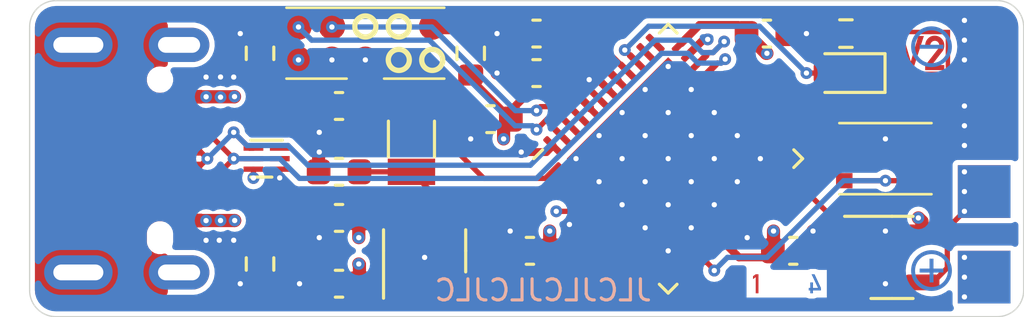
<source format=kicad_pcb>
(kicad_pcb (version 20221018) (generator pcbnew)
  (title_block (date "2023-09-26") (rev "4"))
  (layers (0 "F.Cu" signal "Front") (1 "In1.Cu" power) (2 "In2.Cu" power) (31 "B.Cu" signal "Back") (35 "F.Paste" user) (36 "B.SilkS" user "B.Silkscreen") (37 "F.SilkS" user "F.Silkscreen") (38 "B.Mask" user) (39 "F.Mask" user) (44 "Edge.Cuts" user))
  (property "Order-Number" "JLCJLCJLCJLC")
  (net 0 "")
  (net 1 "GND")
  (net 2 "Earth")
  (net 3 "+3V3")
  (net 4 "/SWDIO")
  (net 5 "Net-(D101-K)")
  (net 13 "/LED-onboard")
  (net 26 "/VDDCORE")
  (net 27 "/SWCLK")
  (net 30 "+5V")
  (net 31 "/XIN32")
  (net 32 "/USB+")
  (net 33 "/RESET")
  (net 34 "/XOUT32")
  (net 35 "/USB-")
  (net 37 "/USB-CC1")
  (net 39 "/USB-CC2")
  (net 40 "/Button")
  (net 42 "/LED-Data")
  (net 51 "/LED Strip/WS2812-data")
  (footprint "Resistor_SMD:R_0603_1608Metric" (layer "F.Cu") (at 125.75 113 -90)
    (fp_text reference "R103" hide)
    (fp_text value "5k1" hide)
    (pad "1" smd roundrect (at -0.825 0 270) (size 0.8 0.95) (layers "F.Cu" "F.Paste" "F.Mask") (net 39 "/USB-CC2"))
    (pad "2" smd roundrect (at 0.825 0 270) (size 0.8 0.95) (layers "F.Cu" "F.Paste" "F.Mask") (net 1 "GND"))
  )
  (footprint "V2_Button_Switch_SMD:SKSG" (layer "F.Cu") (at 149.5 109)
    (fp_text reference "SW101" hide)
    (fp_text value "SW_Push" hide)
    (pad "1" smd rect (at -1.5625 -0.8375) (size 0.625 0.575) (layers "F.Cu" "F.Paste" "F.Mask") (net 1 "GND"))
    (pad "1" smd rect (at 1.5625 -0.8375) (size 0.625 0.575) (layers "F.Cu" "F.Paste" "F.Mask") (net 1 "GND"))
    (pad "2" smd rect (at -1.5625 0.8375) (size 0.625 0.575) (layers "F.Cu" "F.Paste" "F.Mask") (net 40 "/Button"))
    (pad "2" smd rect (at 1.5625 0.8375) (size 0.625 0.575) (layers "F.Cu" "F.Paste" "F.Mask") (net 40 "/Button"))
  )
  (footprint "V2_Connector_USB:JAE_DX07S016JA3" (layer "F.Cu") (at 120 109 -90)
    (fp_text reference "J102" hide)
    (fp_text value "JAE_DX07S016JA3" hide)
    (pad "" np_thru_hole circle (at -3 -1.95 270) (size 0.6 0.6) (drill 0.6) (layers "F&B.Cu" "*.Mask"))
    (pad "" np_thru_hole oval (at 3 -1.95 270) (size 0.85 0.6) (drill oval 0.85 0.6) (layers "F&B.Cu" "*.Mask"))
    (pad "A5" smd rect (at -1.75 -3.05 270) (size 0.27 1) (layers "F.Cu" "F.Paste" "F.Mask") (net 37 "/USB-CC1"))
    (pad "A6" smd rect (at -0.25 -3.05 270) (size 0.27 1) (layers "F.Cu" "F.Paste" "F.Mask") (net 32 "/USB+"))
    (pad "A7" smd rect (at 0.75 -3.05 270) (size 0.27 1) (layers "F.Cu" "F.Paste" "F.Mask") (net 35 "/USB-"))
    (pad "A8" smd rect (at 1.75 -3.05 270) (size 0.27 1) (layers "F.Cu" "F.Paste" "F.Mask"))
    (pad "B5" smd rect (at 1.25 -3.05 270) (size 0.27 1) (layers "F.Cu" "F.Paste" "F.Mask") (net 39 "/USB-CC2"))
    (pad "B6" smd rect (at 0.25 -3.05 270) (size 0.27 1) (layers "F.Cu" "F.Paste" "F.Mask") (net 32 "/USB+"))
    (pad "B7" smd rect (at -0.75 -3.05 270) (size 0.27 1) (layers "F.Cu" "F.Paste" "F.Mask") (net 35 "/USB-"))
    (pad "B8" smd rect (at -1.25 -3.05 270) (size 0.27 1) (layers "F.Cu" "F.Paste" "F.Mask"))
    (pad "G" smd rect (at -3.1 -3.05 270) (size 0.52 1) (layers "F.Cu" "F.Paste" "F.Mask") (net 1 "GND"))
    (pad "G" smd rect (at 3.1 -3.05 270) (size 0.52 1) (layers "F.Cu" "F.Paste" "F.Mask") (net 1 "GND"))
    (pad "S" thru_hole oval (at -4.32 -2.675 270) (size 1.3 2.3) (drill oval 0.6 1.6) (layers "*.Cu" "F.Paste") (net 2 "Earth"))
    (pad "S" thru_hole oval (at -4.32 1.15 270) (size 1.3 2.6) (drill oval 0.6 1.9) (layers "*.Cu" "F.Paste") (net 2 "Earth"))
    (pad "S" smd rect (at -1.4 1.15 270) (size 1 2) (layers "F.Cu" "F.Paste" "F.Mask") (net 2 "Earth"))
    (pad "S" smd rect (at 1.4 1.15 270) (size 1 2) (layers "F.Cu" "F.Paste" "F.Mask") (net 2 "Earth"))
    (pad "S" thru_hole oval (at 4.32 -2.675 270) (size 1.3 2.3) (drill oval 0.6 1.6) (layers "*.Cu" "F.Paste") (net 2 "Earth"))
    (pad "S" thru_hole oval (at 4.32 1.15 270) (size 1.3 2.6) (drill oval 0.6 1.9) (layers "*.Cu" "F.Paste") (net 2 "Earth"))
    (pad "V" smd rect (at -2.35 -3.05 270) (size 0.52 1) (layers "F.Cu" "F.Paste" "F.Mask") (net 30 "+5V"))
    (pad "V" smd rect (at 2.35 -3.05 270) (size 0.52 1) (layers "F.Cu" "F.Paste" "F.Mask") (net 30 "+5V"))
  )
  (footprint "Capacitor_SMD:C_0603_1608Metric" (layer "F.Cu") (at 128.75 109.5 180)
    (fp_text reference "C110" hide)
    (fp_text value "18p" hide)
    (pad "1" smd roundrect (at -0.775 0 180) (size 0.9 0.95) (layers "F.Cu" "F.Paste" "F.Mask") (net 34 "/XOUT32"))
    (pad "2" smd roundrect (at 0.775 0 180) (size 0.9 0.95) (layers "F.Cu" "F.Paste" "F.Mask") (net 1 "GND"))
  )
  (footprint "V2_TestPoint:TestPoint_Pad_2.0x2.0mm" (layer "F.Cu") (at 153.25 104.5)
    (fp_text reference "TP207" hide)
    (fp_text value "TestPoint_Small" hide)
    (pad "1" smd rect (at 0 0) (size 2 2) (layers "F.Cu" "F.Mask") (net 1 "GND"))
  )
  (footprint "V2_TestPoint:TestPoint_Pad_2.0x2.0mm" (layer "F.Cu") (at 153.25 107.75)
    (fp_text reference "TP205" hide)
    (fp_text value "TestPoint_Small" hide)
    (pad "1" smd rect (at 0 0) (size 2 2) (layers "F.Cu" "F.Mask") (net 1 "GND"))
  )
  (footprint "V2_Package_DFN_QFN:QFN-48-1EP_7x7mm_P0.5mm_EP5.45x5.45mm_ThermalVias" (layer "F.Cu") (at 141.25 109 45)
    (fp_text reference "U102" hide)
    (fp_text value "ATSAMD51G" hide)
    (pad "1" smd roundrect (at -3.45 -2.75 45) (size 0.85 0.25) (layers "F.Cu" "F.Paste" "F.Mask") (net 31 "/XIN32"))
    (pad "2" smd roundrect (at -3.45 -2.25 45) (size 0.85 0.25) (layers "F.Cu" "F.Paste" "F.Mask") (net 34 "/XOUT32"))
    (pad "3" smd roundrect (at -3.45 -1.75 45) (size 0.85 0.25) (layers "F.Cu" "F.Paste" "F.Mask"))
    (pad "4" smd roundrect (at -3.45 -1.25 45) (size 0.85 0.25) (layers "F.Cu" "F.Paste" "F.Mask") (net 3 "+3V3"))
    (pad "5" smd roundrect (at -3.45 -0.75 45) (size 0.85 0.25) (layers "F.Cu" "F.Paste" "F.Mask") (net 1 "GND"))
    (pad "6" smd roundrect (at -3.45 -0.25 45) (size 0.85 0.25) (layers "F.Cu" "F.Paste" "F.Mask") (net 3 "+3V3"))
    (pad "7" smd roundrect (at -3.45 0.25 45) (size 0.85 0.25) (layers "F.Cu" "F.Paste" "F.Mask"))
    (pad "8" smd roundrect (at -3.45 0.75 45) (size 0.85 0.25) (layers "F.Cu" "F.Paste" "F.Mask"))
    (pad "9" smd roundrect (at -3.45 1.25 45) (size 0.85 0.25) (layers "F.Cu" "F.Paste" "F.Mask"))
    (pad "10" smd roundrect (at -3.45 1.75 45) (size 0.85 0.25) (layers "F.Cu" "F.Paste" "F.Mask"))
    (pad "11" smd roundrect (at -3.45 2.25 45) (size 0.85 0.25) (layers "F.Cu" "F.Paste" "F.Mask"))
    (pad "12" smd roundrect (at -3.45 2.75 45) (size 0.85 0.25) (layers "F.Cu" "F.Paste" "F.Mask"))
    (pad "13" smd roundrect (at -2.75 3.45 45) (size 0.25 0.85) (layers "F.Cu" "F.Paste" "F.Mask"))
    (pad "14" smd roundrect (at -2.25 3.45 45) (size 0.25 0.85) (layers "F.Cu" "F.Paste" "F.Mask"))
    (pad "15" smd roundrect (at -1.75 3.45 45) (size 0.25 0.85) (layers "F.Cu" "F.Paste" "F.Mask") (net 40 "/Button"))
    (pad "16" smd roundrect (at -1.25 3.45 45) (size 0.25 0.85) (layers "F.Cu" "F.Paste" "F.Mask"))
    (pad "17" smd roundrect (at -0.75 3.45 45) (size 0.25 0.85) (layers "F.Cu" "F.Paste" "F.Mask") (net 3 "+3V3"))
    (pad "18" smd roundrect (at -0.25 3.45 45) (size 0.25 0.85) (layers "F.Cu" "F.Paste" "F.Mask") (net 1 "GND"))
    (pad "19" smd roundrect (at 0.25 3.45 45) (size 0.25 0.85) (layers "F.Cu" "F.Paste" "F.Mask"))
    (pad "20" smd roundrect (at 0.75 3.45 45) (size 0.25 0.85) (layers "F.Cu" "F.Paste" "F.Mask"))
    (pad "21" smd roundrect (at 1.25 3.45 45) (size 0.25 0.85) (layers "F.Cu" "F.Paste" "F.Mask"))
    (pad "22" smd roundrect (at 1.75 3.45 45) (size 0.25 0.85) (layers "F.Cu" "F.Paste" "F.Mask"))
    (pad "23" smd roundrect (at 2.25 3.45 45) (size 0.25 0.85) (layers "F.Cu" "F.Paste" "F.Mask"))
    (pad "24" smd roundrect (at 2.75 3.45 45) (size 0.25 0.85) (layers "F.Cu" "F.Paste" "F.Mask"))
    (pad "25" smd roundrect (at 3.45 2.75 45) (size 0.85 0.25) (layers "F.Cu" "F.Paste" "F.Mask") (net 42 "/LED-Data"))
    (pad "26" smd roundrect (at 3.45 2.25 45) (size 0.85 0.25) (layers "F.Cu" "F.Paste" "F.Mask"))
    (pad "27" smd roundrect (at 3.45 1.75 45) (size 0.85 0.25) (layers "F.Cu" "F.Paste" "F.Mask"))
    (pad "28" smd roundrect (at 3.45 1.25 45) (size 0.85 0.25) (layers "F.Cu" "F.Paste" "F.Mask"))
    (pad "29" smd roundrect (at 3.45 0.75 45) (size 0.85 0.25) (layers "F.Cu" "F.Paste" "F.Mask"))
    (pad "30" smd roundrect (at 3.45 0.25 45) (size 0.85 0.25) (layers "F.Cu" "F.Paste" "F.Mask"))
    (pad "31" smd roundrect (at 3.45 -0.25 45) (size 0.85 0.25) (layers "F.Cu" "F.Paste" "F.Mask"))
    (pad "32" smd roundrect (at 3.45 -0.75 45) (size 0.85 0.25) (layers "F.Cu" "F.Paste" "F.Mask"))
    (pad "33" smd roundrect (at 3.45 -1.25 45) (size 0.85 0.25) (layers "F.Cu" "F.Paste" "F.Mask") (net 35 "/USB-"))
    (pad "34" smd roundrect (at 3.45 -1.75 45) (size 0.85 0.25) (layers "F.Cu" "F.Paste" "F.Mask") (net 32 "/USB+"))
    (pad "35" smd roundrect (at 3.45 -2.25 45) (size 0.85 0.25) (layers "F.Cu" "F.Paste" "F.Mask") (net 1 "GND"))
    (pad "36" smd roundrect (at 3.45 -2.75 45) (size 0.85 0.25) (layers "F.Cu" "F.Paste" "F.Mask") (net 3 "+3V3"))
    (pad "37" smd roundrect (at 2.75 -3.45 45) (size 0.25 0.85) (layers "F.Cu" "F.Paste" "F.Mask"))
    (pad "38" smd roundrect (at 2.25 -3.45 45) (size 0.25 0.85) (layers "F.Cu" "F.Paste" "F.Mask"))
    (pad "39" smd roundrect (at 1.75 -3.45 45) (size 0.25 0.85) (layers "F.Cu" "F.Paste" "F.Mask") (net 13 "/LED-onboard"))
    (pad "40" smd roundrect (at 1.25 -3.45 45) (size 0.25 0.85) (layers "F.Cu" "F.Paste" "F.Mask") (net 33 "/RESET"))
    (pad "41" smd roundrect (at 0.75 -3.45 45) (size 0.25 0.85) (layers "F.Cu" "F.Paste" "F.Mask") (net 26 "/VDDCORE"))
    (pad "42" smd roundrect (at 0.25 -3.45 45) (size 0.25 0.85) (layers "F.Cu" "F.Paste" "F.Mask") (net 1 "GND"))
    (pad "43" smd roundrect (at -0.25 -3.45 45) (size 0.25 0.85) (layers "F.Cu" "F.Paste" "F.Mask"))
    (pad "44" smd roundrect (at -0.75 -3.45 45) (size 0.25 0.85) (layers "F.Cu" "F.Paste" "F.Mask") (net 3 "+3V3"))
    (pad "45" smd roundrect (at -1.25 -3.45 45) (size 0.25 0.85) (layers "F.Cu" "F.Paste" "F.Mask") (net 27 "/SWCLK"))
    (pad "46" smd roundrect (at -1.75 -3.45 45) (size 0.25 0.85) (layers "F.Cu" "F.Paste" "F.Mask") (net 4 "/SWDIO"))
    (pad "47" smd roundrect (at -2.25 -3.45 45) (size 0.25 0.85) (layers "F.Cu" "F.Paste" "F.Mask"))
    (pad "48" smd roundrect (at -2.75 -3.45 45) (size 0.25 0.85) (layers "F.Cu" "F.Paste" "F.Mask") (net 1 "GND"))
    (pad "49" thru_hole circle (at -2.475 -2.475 45) (size 0.45 0.45) (drill 0.2) (property pad_prop_heatsink) (layers "*.Cu") (net 1 "GND"))
    (pad "49" thru_hole circle (at -2.475 -1.2375 45) (size 0.45 0.45) (drill 0.2) (property pad_prop_heatsink) (layers "*.Cu") (net 1 "GND"))
    (pad "49" thru_hole circle (at -2.475 0 45) (size 0.45 0.45) (drill 0.2) (property pad_prop_heatsink) (layers "*.Cu") (net 1 "GND"))
    (pad "49" thru_hole circle (at -2.475 1.2375 45) (size 0.45 0.45) (drill 0.2) (property pad_prop_heatsink) (layers "*.Cu") (net 1 "GND"))
    (pad "49" thru_hole circle (at -2.475 2.475 45) (size 0.45 0.45) (drill 0.2) (property pad_prop_heatsink) (layers "*.Cu") (net 1 "GND"))
    (pad "49" thru_hole circle (at -1.2375 -2.475 45) (size 0.45 0.45) (drill 0.2) (property pad_prop_heatsink) (layers "*.Cu") (net 1 "GND"))
    (pad "49" thru_hole circle (at -1.2375 -1.2375 45) (size 0.45 0.45) (drill 0.2) (property pad_prop_heatsink) (layers "*.Cu") (net 1 "GND"))
    (pad "49" thru_hole circle (at -1.2375 0 45) (size 0.45 0.45) (drill 0.2) (property pad_prop_heatsink) (layers "*.Cu") (net 1 "GND"))
    (pad "49" thru_hole circle (at -1.2375 1.2375 45) (size 0.45 0.45) (drill 0.2) (property pad_prop_heatsink) (layers "*.Cu") (net 1 "GND"))
    (pad "49" thru_hole circle (at -1.2375 2.475 45) (size 0.45 0.45) (drill 0.2) (property pad_prop_heatsink) (layers "*.Cu") (net 1 "GND"))
    (pad "49" thru_hole circle (at 0 -2.475 45) (size 0.45 0.45) (drill 0.2) (property pad_prop_heatsink) (layers "*.Cu") (net 1 "GND"))
    (pad "49" thru_hole circle (at 0 -1.2375 45) (size 0.45 0.45) (drill 0.2) (property pad_prop_heatsink) (layers "*.Cu") (net 1 "GND"))
    (pad "49" thru_hole circle (at 0 0 45) (size 0.45 0.45) (drill 0.2) (property pad_prop_heatsink) (layers "*.Cu") (net 1 "GND"))
    (pad "49" smd custom (at 0 0 45) (size 5.45 5.45) (layers "F.Cu" "F.Mask") (net 1 "GND") (options (clearance outline) (anchor rect)) (primitives (gr_bbox (start -0.75 -0.75) (end 0.75 0.75) (width 0.000001) (fill none))))
    (pad "49" thru_hole circle (at 0 1.2375 45) (size 0.45 0.45) (drill 0.2) (property pad_prop_heatsink) (layers "*.Cu") (net 1 "GND"))
    (pad "49" thru_hole circle (at 0 2.475 45) (size 0.45 0.45) (drill 0.2) (property pad_prop_heatsink) (layers "*.Cu") (net 1 "GND"))
    (pad "49" thru_hole circle (at 1.2375 -2.475 45) (size 0.45 0.45) (drill 0.2) (property pad_prop_heatsink) (layers "*.Cu") (net 1 "GND"))
    (pad "49" thru_hole circle (at 1.2375 -1.2375 45) (size 0.45 0.45) (drill 0.2) (property pad_prop_heatsink) (layers "*.Cu") (net 1 "GND"))
    (pad "49" thru_hole circle (at 1.2375 0 45) (size 0.45 0.45) (drill 0.2) (property pad_prop_heatsink) (layers "*.Cu") (net 1 "GND"))
    (pad "49" thru_hole circle (at 1.2375 1.2375 45) (size 0.45 0.45) (drill 0.2) (property pad_prop_heatsink) (layers "*.Cu") (net 1 "GND"))
    (pad "49" thru_hole circle (at 1.2375 2.475 45) (size 0.45 0.45) (drill 0.2) (property pad_prop_heatsink) (layers "*.Cu") (net 1 "GND"))
    (pad "49" thru_hole circle (at 2.475 -2.475 45) (size 0.45 0.45) (drill 0.2) (property pad_prop_heatsink) (layers "*.Cu") (net 1 "GND"))
    (pad "49" thru_hole circle (at 2.475 -1.2375 45) (size 0.45 0.45) (drill 0.2) (property pad_prop_heatsink) (layers "*.Cu") (net 1 "GND"))
    (pad "49" thru_hole circle (at 2.475 0 45) (size 0.45 0.45) (drill 0.2) (property pad_prop_heatsink) (layers "*.Cu") (net 1 "GND"))
    (pad "49" thru_hole circle (at 2.475 1.2375 45) (size 0.45 0.45) (drill 0.2) (property pad_prop_heatsink) (layers "*.Cu") (net 1 "GND"))
    (pad "49" thru_hole circle (at 2.475 2.475 45) (size 0.45 0.45) (drill 0.2) (property pad_prop_heatsink) (layers "*.Cu") (net 1 "GND"))
  )
  (footprint "Capacitor_SMD:C_0603_1608Metric" (layer "F.Cu") (at 136 112.5 180)
    (fp_text reference "C106" hide)
    (fp_text value "0u1" hide)
    (pad "1" smd roundrect (at -0.775 0 180) (size 0.9 0.95) (layers "F.Cu" "F.Paste" "F.Mask") (net 3 "+3V3"))
    (pad "2" smd roundrect (at 0.775 0 180) (size 0.9 0.95) (layers "F.Cu" "F.Paste" "F.Mask") (net 1 "GND"))
  )
  (footprint "Resistor_SMD:R_0603_1608Metric" (layer "F.Cu") (at 125.75 105 90)
    (fp_text reference "R102" hide)
    (fp_text value "5k1" hide)
    (pad "1" smd roundrect (at -0.825 0 90) (size 0.8 0.95) (layers "F.Cu" "F.Paste" "F.Mask") (net 37 "/USB-CC1"))
    (pad "2" smd roundrect (at 0.825 0 90) (size 0.8 0.95) (layers "F.Cu" "F.Paste" "F.Mask") (net 1 "GND"))
  )
  (footprint "V2_Cortex_Debug:Cortex_Debug_Pad" (layer "F.Cu") (at 129.75 105.25 180)
    (fp_text reference "J101" hide)
    (fp_text value "CORTEX-DEBUG" hide)
    (pad "1" smd roundrect (at 2.54 0 180) (size 1.016 1.016) (layers "F.Cu" "F.Mask") (roundrect_rratio 0.5) (net 3 "+3V3"))
    (pad "2" smd roundrect (at 2.54 1.27 180) (size 1.016 1.016) (layers "F.Cu" "F.Mask") (roundrect_rratio 0.5) (net 4 "/SWDIO"))
    (pad "3" smd roundrect (at 1.27 0 180) (size 1.016 1.016) (layers "F.Cu" "F.Mask") (roundrect_rratio 0.5) (net 1 "GND"))
    (pad "4" smd roundrect (at 1.27 1.27 180) (size 1.016 1.016) (layers "F.Cu" "F.Mask") (roundrect_rratio 0.5) (net 27 "/SWCLK"))
    (pad "5" smd roundrect (at 0 0 180) (size 1.016 1.016) (layers "F.Cu" "F.Mask") (roundrect_rratio 0.5) (net 1 "GND"))
    (pad "10" smd roundrect (at -2.54 1.27 180) (size 1.016 1.016) (layers "F.Cu" "F.Mask") (roundrect_rratio 0.5) (net 33 "/RESET"))
  )
  (footprint "Package_TO_SOT_SMD:SOT-23-5" (layer "F.Cu") (at 149.75 112.75)
    (fp_text reference "U201" hide)
    (fp_text value "74AHC1G125" hide)
    (pad "1" smd roundrect (at -1.1375 -0.95) (size 1.325 0.6) (layers "F.Cu" "F.Paste" "F.Mask") (net 1 "GND"))
    (pad "2" smd roundrect (at -1.1375 0) (size 1.325 0.6) (layers "F.Cu" "F.Paste" "F.Mask") (net 42 "/LED-Data"))
    (pad "3" smd roundrect (at -1.1375 0.95) (size 1.325 0.6) (layers "F.Cu" "F.Paste" "F.Mask") (net 1 "GND"))
    (pad "4" smd roundrect (at 1.1375 0.95) (size 1.325 0.6) (layers "F.Cu" "F.Paste" "F.Mask") (net 51 "/LED Strip/WS2812-data"))
    (pad "5" smd roundrect (at 1.1375 -0.95) (size 1.325 0.6) (layers "F.Cu" "F.Paste" "F.Mask") (net 30 "+5V"))
  )
  (footprint "Capacitor_SMD:C_0603_1608Metric" (layer "F.Cu") (at 145 104.25)
    (fp_text reference "C103" hide)
    (fp_text value "0u1" hide)
    (pad "1" smd roundrect (at -0.775 0) (size 0.9 0.95) (layers "F.Cu" "F.Paste" "F.Mask") (net 3 "+3V3"))
    (pad "2" smd roundrect (at 0.775 0) (size 0.9 0.95) (layers "F.Cu" "F.Paste" "F.Mask") (net 1 "GND"))
  )
  (footprint "V2_Artwork:Logo_Tiny" (layer "F.Cu") (at 151 105)
    (fp_text reference "ICON102" hide)
    (fp_text value "V2-logo" hide)
    (fp_poly (pts (xy 0.9575 0.86225) (xy -1.05275 0.86225) (xy -1.05275 0.02675) (xy -0.884 0.02675) (xy -0.884 0.6935) (xy 0.78875 0.6935) (xy 0.78875 -0.72525) (xy -1.05275 -0.72525) (xy -1.05275 -0.894) (xy 0.9575 -0.894)) (fill solid) (layer "F.Cu"))
    (fp_poly (pts (xy -0.806464 -0.611444) (xy -0.540394 0.298581) (xy -0.531345 0.299426) (xy -0.265503 -0.609824) (xy -0.249013 -0.659693) (xy -0.095151 -0.659693) (xy -0.039259 -0.658882) (xy -0.457272 0.637599) (xy -0.509828 0.639243) (xy -0.613691 0.639243) (xy -1.031666 -0.657133) (xy -0.978031 -0.659693) (xy -0.824207 -0.659693)) (fill solid) (layer "F.Cu"))
    (fp_poly (pts (xy 0.431621 -0.665911) (xy 0.480923 -0.654337) (xy 0.528061 -0.635718) (xy 0.571884 -0.610269) (xy 0.611529 -0.57878) (xy 0.646792 -0.542505) (xy 0.677367 -0.502187) (xy 0.702152 -0.458017) (xy 0.720355 -0.410741) (xy 0.731709 -0.3614) (xy 0.736481 -0.311042) (xy 0.735269 -0.260496) (xy 0.727912 -0.210432) (xy 0.713822 -0.161787) (xy 0.69281 -0.115677) (xy 0.665373 -0.073241) (xy 0.269355 0.435247) (xy 0.285438 0.445231) (xy 0.684035 0.445231) (xy 0.736725 0.447638) (xy 0.736725 0.603708) (xy 0.716497 0.639237) (xy 0.00875 0.639243) (xy 0.00875 0.483383) (xy 0.025674 0.437453) (xy 0.487557 -0.154124) (xy 0.516975 -0.193863) (xy 0.538019 -0.237738) (xy 0.546567 -0.285583) (xy 0.543411 -0.334036) (xy 0.527449 -0.37988) (xy 0.500785 -0.420544) (xy 0.464966 -0.452915) (xy 0.420576 -0.471542) (xy 0.372361 -0.47617) (xy 0.324511 -0.468425) (xy 0.280865 -0.447524) (xy 0.244544 -0.415468) (xy 0.218486 -0.374614) (xy 0.203461 -0.327197) (xy 0.182132 -0.28964) (xy 0.025891 -0.28964) (xy 0.010121 -0.328451) (xy 0.01743 -0.379564) (xy 0.031031 -0.42833) (xy 0.051297 -0.474751) (xy 0.077915 -0.517832) (xy 0.110086 -0.556878) (xy 0.146724 -0.591766) (xy 0.187662 -0.621581) (xy 0.2326 -0.645065) (xy 0.28069 -0.661186) (xy 0.330669 -0.669636) (xy 0.381272 -0.670881)) (fill solid) (layer "F.Cu"))
    (zone (net 0) (net_name "") (layer "F.Cu") (connect_pads (clearance 0)) (min_thickness 0.254)
      (keepout (tracks not_allowed) (vias not_allowed) (pads not_allowed) (copperpour not_allowed) (footprints allowed))
      (fill (thermal_gap 0.508) (thermal_bridge_width 0.508))
      (polygon (pts (xy 149.88875 105.92075) (xy 152.016 105.92075) (xy 152.016 104.0475) (xy 149.88875 104.0475) (xy 149.88875 104.317375) (xy 150.101475 104.96825) (xy 149.88875 104.96825)))
    )
  )
  (footprint "Capacitor_SMD:C_0603_1608Metric" (layer "F.Cu") (at 146 112.5)
    (fp_text reference "C105" hide)
    (fp_text value "0u1" hide)
    (pad "1" smd roundrect (at -0.775 0) (size 0.9 0.95) (layers "F.Cu" "F.Paste" "F.Mask") (net 3 "+3V3"))
    (pad "2" smd roundrect (at 0.775 0) (size 0.9 0.95) (layers "F.Cu" "F.Paste" "F.Mask") (net 1 "GND"))
  )
  (footprint "Capacitor_SMD:C_0603_1608Metric" (layer "F.Cu") (at 128.75 107 180)
    (fp_text reference "C109" hide)
    (fp_text value "18p" hide)
    (pad "1" smd roundrect (at -0.775 0 180) (size 0.9 0.95) (layers "F.Cu" "F.Paste" "F.Mask") (net 31 "/XIN32"))
    (pad "2" smd roundrect (at 0.775 0 180) (size 0.9 0.95) (layers "F.Cu" "F.Paste" "F.Mask") (net 1 "GND"))
  )
  (footprint "Capacitor_SMD:C_0603_1608Metric" (layer "F.Cu") (at 128.75 111.25 180)
    (fp_text reference "C108" hide)
    (fp_text value "10u" hide)
    (pad "1" smd roundrect (at -0.775 0 180) (size 0.9 0.95) (layers "F.Cu" "F.Paste" "F.Mask") (net 3 "+3V3"))
    (pad "2" smd roundrect (at 0.775 0 180) (size 0.9 0.95) (layers "F.Cu" "F.Paste" "F.Mask") (net 1 "GND"))
  )
  (footprint "Resistor_SMD:R_0603_1608Metric" (layer "F.Cu") (at 133.75 105 90)
    (fp_text reference "R104" hide)
    (fp_text value "100k" hide)
    (pad "1" smd roundrect (at -0.825 0 90) (size 0.8 0.95) (layers "F.Cu" "F.Paste" "F.Mask") (net 3 "+3V3"))
    (pad "2" smd roundrect (at 0.825 0 90) (size 0.8 0.95) (layers "F.Cu" "F.Paste" "F.Mask") (net 33 "/RESET"))
  )
  (footprint "Capacitor_SMD:C_0603_1608Metric" (layer "F.Cu") (at 136.25 104.25 180)
    (fp_text reference "C101" hide)
    (fp_text value "10u" hide)
    (pad "1" smd roundrect (at -0.775 0 180) (size 0.9 0.95) (layers "F.Cu" "F.Paste" "F.Mask") (net 26 "/VDDCORE"))
    (pad "2" smd roundrect (at 0.775 0 180) (size 0.9 0.95) (layers "F.Cu" "F.Paste" "F.Mask") (net 1 "GND"))
  )
  (footprint "V2_TestPoint:TestPoint_Pad_2.0x2.0mm" (layer "F.Cu") (at 153.25 110.25)
    (fp_text reference "TP204" hide)
    (fp_text value "TestPoint_Small" hide)
    (pad "1" smd rect (at 0 0) (size 2 2) (layers "F.Cu" "F.Mask") (net 51 "/LED Strip/WS2812-data"))
  )
  (footprint "V2_TestPoint:TestPoint_Pad_2.0x2.0mm" (layer "F.Cu") (at 153.25 113.5)
    (fp_text reference "TP202" hide)
    (fp_text value "TestPoint_Small" hide)
    (pad "1" smd rect (at 0 0) (size 2 2) (layers "F.Cu" "F.Mask") (net 30 "+5V"))
  )
  (footprint "V2_Production:Layer_Numbers" (layer "F.Cu") (at 145.75 113.75)
    (fp_text reference "INFO101" hide)
    (fp_text value "Layer_Numbers" hide)
    (fp_poly (pts (xy -1.071627 0.36376) (xy -1.175447 0.36376) (xy -1.175447 -0.251119) (xy -1.278437 -0.175522) (xy -1.278437 -0.285923) (xy -1.175447 -0.360896) (xy -1.071627 -0.360896)) (fill solid) (layer "F.Cu"))
    (fp_poly (pts (xy 1.301233 0.157927) (xy 1.301233 0.255853) (xy 0.999028 0.255853) (xy 0.999028 0.36376) (xy 0.895208 0.36376) (xy 0.895208 0.255853) (xy 0.837544 0.255853) (xy 0.837544 0.157927) (xy 0.895208 0.157927) (xy 0.895208 -0.050276) (xy 0.999028 -0.050276) (xy 0.999028 0.157927) (xy 1.188396 0.157927) (xy 0.943381 -0.360896) (xy 1.059184 -0.360896)) (fill solid) (layer "B.Cu"))
    (zone (net 0) (net_name "") (layers "*.Cu" "*.Mask") (connect_pads (clearance 0)) (min_thickness 0.254)
      (keepout (tracks not_allowed) (vias not_allowed) (pads not_allowed) (copperpour not_allowed) (footprints allowed))
      (fill (thermal_gap 0.508) (thermal_bridge_width 0.508))
      (polygon (pts (xy 147.275 114.275) (xy 144.225 114.275) (xy 144.225 113.225) (xy 147.275 113.225)))
    )
  )
  (footprint "Resistor_SMD:R_0603_1608Metric" (layer "F.Cu") (at 148 104.25 180)
    (fp_text reference "R101" hide)
    (fp_text value "330R" hide)
    (pad "1" smd roundrect (at -0.825 0 180) (size 0.8 0.95) (layers "F.Cu" "F.Paste" "F.Mask") (net 5 "Net-(D101-K)"))
    (pad "2" smd roundrect (at 0.825 0 180) (size 0.8 0.95) (layers "F.Cu" "F.Paste" "F.Mask") (net 1 "GND"))
  )
  (footprint "Capacitor_SMD:C_0603_1608Metric" (layer "F.Cu") (at 134.5 107.5 180)
    (fp_text reference "C104" hide)
    (fp_text value "0u1" hide)
    (pad "1" smd roundrect (at -0.775 0 180) (size 0.9 0.95) (layers "F.Cu" "F.Paste" "F.Mask") (net 3 "+3V3"))
    (pad "2" smd roundrect (at 0.775 0 180) (size 0.9 0.95) (layers "F.Cu" "F.Paste" "F.Mask") (net 1 "GND"))
  )
  (footprint "V2_Crystal:Crystal_SMD_3215-2Pin_3.2x1.5mm" (layer "F.Cu") (at 131.5 108.25 90)
    (fp_text reference "Y101" hide)
    (fp_text value "32k768" hide)
    (pad "1" smd rect (at 1.25 0 90) (size 1 1.8) (layers "F.Cu" "F.Paste" "F.Mask") (net 31 "/XIN32"))
    (pad "2" smd rect (at -1.25 0 90) (size 1 1.8) (layers "F.Cu" "F.Paste" "F.Mask") (net 34 "/XOUT32"))
  )
  (footprint "Capacitor_SMD:C_0603_1608Metric" (layer "F.Cu") (at 136.25 105.75 180)
    (fp_text reference "C102" hide)
    (fp_text value "0u1" hide)
    (pad "1" smd roundrect (at -0.775 0 180) (size 0.9 0.95) (layers "F.Cu" "F.Paste" "F.Mask") (net 26 "/VDDCORE"))
    (pad "2" smd roundrect (at 0.775 0 180) (size 0.9 0.95) (layers "F.Cu" "F.Paste" "F.Mask") (net 1 "GND"))
  )
  (footprint "LED_SMD:LED_0603_1608Metric" (layer "F.Cu") (at 148 105.75 180)
    (fp_text reference "D101" hide)
    (fp_text value "Orange" hide)
    (pad "1" smd roundrect (at -0.7875 0 180) (size 0.875 0.95) (layers "F.Cu" "F.Paste" "F.Mask") (net 5 "Net-(D101-K)"))
    (pad "2" smd roundrect (at 0.7875 0 180) (size 0.875 0.95) (layers "F.Cu" "F.Paste" "F.Mask") (net 13 "/LED-onboard"))
  )
  (footprint "Capacitor_SMD:C_0603_1608Metric" (layer "F.Cu") (at 128.75 113.75 180)
    (fp_text reference "C107" hide)
    (fp_text value "10u" hide)
    (pad "1" smd roundrect (at -0.775 0 180) (size 0.9 0.95) (layers "F.Cu" "F.Paste" "F.Mask") (net 30 "+5V"))
    (pad "2" smd roundrect (at 0.775 0 180) (size 0.9 0.95) (layers "F.Cu" "F.Paste" "F.Mask") (net 1 "GND"))
  )
  (footprint "V2_ESD_Suppressor:SLP1210N6" (layer "F.Cu") (at 126 109 180)
    (fp_text reference "ESD101" hide)
    (fp_text value "RCLAMP0582N" hide)
    (pad "1" smd rect (at -0.5 -0.4 180) (size 0.75 0.2) (layers "F.Cu" "F.Paste" "F.Mask") (net 1 "GND"))
    (pad "2" smd rect (at -0.5 0 180) (size 0.75 0.2) (layers "F.Cu" "F.Paste" "F.Mask"))
    (pad "3" smd rect (at -0.5 0.4 180) (size 0.75 0.2) (layers "F.Cu" "F.Paste" "F.Mask"))
    (pad "4" smd rect (at 0.5 0.4 180) (size 0.75 0.2) (layers "F.Cu" "F.Paste" "F.Mask") (net 32 "/USB+"))
    (pad "5" smd rect (at 0.5 0 180) (size 0.75 0.2) (layers "F.Cu" "F.Paste" "F.Mask") (net 35 "/USB-"))
    (pad "6" smd rect (at 0.5 -0.4 180) (size 0.75 0.2) (layers "F.Cu" "F.Paste" "F.Mask") (net 30 "+5V"))
  )
  (footprint "Package_TO_SOT_SMD:SOT-23-5" (layer "F.Cu") (at 132 112.5 90)
    (fp_text reference "U101" hide)
    (fp_text value "AP2112K-3.3" hide)
    (pad "1" smd roundrect (at -1.1375 -0.95 90) (size 1.325 0.6) (layers "F.Cu" "F.Paste" "F.Mask") (net 30 "+5V"))
    (pad "2" smd roundrect (at -1.1375 0 90) (size 1.325 0.6) (layers "F.Cu" "F.Paste" "F.Mask") (net 1 "GND"))
    (pad "3" smd roundrect (at -1.1375 0.95 90) (size 1.325 0.6) (layers "F.Cu" "F.Paste" "F.Mask") (net 30 "+5V"))
    (pad "4" smd roundrect (at 1.1375 0.95 90) (size 1.325 0.6) (layers "F.Cu" "F.Paste" "F.Mask"))
    (pad "5" smd roundrect (at 1.1375 -0.95 90) (size 1.325 0.6) (layers "F.Cu" "F.Paste" "F.Mask") (net 3 "+3V3"))
  )
  (footprint "V2_Artwork:Minus_Small" (layer "B.Cu") (at 151.25 104.75 180)
    (fp_text reference "ICON101" hide)
    (fp_text value "Minus" hide)
    (fp_circle (center 0 0) (end 0.7 0) (stroke (width 0.15)) (fill none) (layer "B.Cu"))
    (fp_poly (pts (xy 0.45 -0.075) (xy -0.45 -0.075) (xy -0.45 0.075) (xy 0.45 0.075)) (fill solid) (layer "B.Cu"))
  )
  (footprint "V2_TestPoint:TestPoint_Pad_2.0x2.0mm" (layer "B.Cu") (at 153.25 113.5 180)
    (fp_text reference "TP201" hide)
    (fp_text value "TestPoint_Small" hide)
    (pad "1" smd rect (at 0 0 180) (size 2 2) (layers "B.Cu" "B.Mask") (net 30 "+5V"))
  )
  (footprint "V2_Production:Order_Number" (layer "B.Cu") (at 136.75 114 180)
    (fp_text reference "INFO102" hide)
    (fp_text value "ORDER-NUMBER" hide)
    (fp_text user "${Order-Number}" (at 0.25 0 unlocked) (layer "B.SilkS") (effects (font (size 0.8 0.8) (thickness 0.12)) (justify mirror)))
  )
  (footprint "V2_TestPoint:TestPoint_Pad_2.0x2.0mm" (layer "B.Cu") (at 153.25 104.5 180)
    (fp_text reference "TP208" hide)
    (fp_text value "TestPoint_Small" hide)
    (pad "1" smd rect (at 0 0 180) (size 2 2) (layers "B.Cu" "B.Mask") (net 1 "GND"))
  )
  (footprint "V2_TestPoint:TestPoint_Pad_2.0x2.0mm" (layer "B.Cu") (at 153.25 110.25 180)
    (fp_text reference "TP203" hide)
    (fp_text value "TestPoint_Small" hide)
    (pad "1" smd rect (at 0 0 180) (size 2 2) (layers "B.Cu" "B.Mask") (net 51 "/LED Strip/WS2812-data"))
  )
  (footprint "V2_Artwork:Plus_Small" (layer "B.Cu") (at 151.25 113.25 180)
    (fp_text reference "ICON103" hide)
    (fp_text value "Plus" hide)
    (fp_circle (center 0 0) (end 0.7 0) (stroke (width 0.15)) (fill none) (layer "B.Cu"))
    (fp_poly (pts (xy 0.075 0.075) (xy 0.45 0.075) (xy 0.45 -0.075) (xy 0.075 -0.075) (xy 0.075 -0.45) (xy -0.075 -0.45) (xy -0.075 -0.075) (xy -0.45 -0.075) (xy -0.45 0.075) (xy -0.075 0.075) (xy -0.075 0.45) (xy 0.075 0.45)) (fill solid) (layer "B.Cu"))
  )
  (footprint "V2_TestPoint:TestPoint_Pad_2.0x2.0mm" (layer "B.Cu") (at 153.25 107.75 180)
    (fp_text reference "TP206" hide)
    (fp_text value "TestPoint_Small" hide)
    (pad "1" smd rect (at 0 0 180) (size 2 2) (layers "B.Cu" "B.Mask") (net 1 "GND"))
  )
  (gr_line (start 117 104) (end 117 114) (stroke (width 0.05)) (layer "Edge.Cuts"))
  (gr_line (start 118 103) (end 153.75 103) (stroke (width 0.05)) (layer "Edge.Cuts"))
  (gr_line (start 154.75 104) (end 154.75 114) (stroke (width 0.05)) (layer "Edge.Cuts"))
  (gr_arc (start 118 115) (mid 117.292893 114.707107) (end 117 114) (stroke (width 0.05)) (layer "Edge.Cuts"))
  (gr_arc (start 154.75 114) (mid 154.457107 114.707107) (end 153.75 115) (stroke (width 0.05)) (layer "Edge.Cuts"))
  (gr_arc (start 117 104) (mid 117.292893 103.292893) (end 118 103) (stroke (width 0.05)) (layer "Edge.Cuts"))
  (gr_arc (start 153.75 103) (mid 154.457107 103.292893) (end 154.75 104) (stroke (width 0.05)) (layer "Edge.Cuts"))
  (gr_line (start 118 115) (end 153.75 115) (stroke (width 0.05)) (layer "Edge.Cuts"))
  (segment (start 147.9375 108.1625) (end 151.0625 108.1625) (width 0.2) (layer "F.Cu") (net 1))
  (segment (start 125.075 104.175) (end 125.75 104.175) (width 0.5) (layer "F.Cu") (net 1))
  (segment (start 148.6625 111.75) (end 148.6125 111.8) (width 0.5) (layer "F.Cu") (net 1))
  (segment (start 142.75 104.4715) (end 142.596519 104.4715) (width 0.3) (layer "F.Cu") (net 1))
  (segment (start 146.775 111.775) (end 146.75 111.75) (width 0.5) (layer "F.Cu") (net 1))
  (segment (start 149.5 111.75) (end 148.6625 111.75) (width 0.5) (layer "F.Cu") (net 1))
  (segment (start 132 112.75) (end 132 113.6375) (width 0.5) (layer "F.Cu") (net 1))
  (segment (start 128 108) (end 127.975 107.975) (width 0.5) (layer "F.Cu") (net 1))
  (segment (start 145.775 104.25) (end 146.5 104.25) (width 0.5) (layer "F.Cu") (net 1))
  (segment (start 127.25 113.75) (end 127.975 113.75) (width 0.5) (layer "F.Cu") (net 1))
  (segment (start 124.748059 105.9) (end 123.05 105.9) (width 0.5) (layer "F.Cu") (net 1))
  (segment (start 146.775 112.5) (end 146.775 111.775) (width 0.5) (layer "F.Cu") (net 1))
  (segment (start 134.75 105.75) (end 135.475 105.75) (width 0.5) (layer "F.Cu") (net 1))
  (segment (start 128 108.75) (end 127.975 108.775) (width 0.5) (layer "F.Cu") (net 1))
  (segment (start 135.225 111.775) (end 135.225 112.5) (width 0.5) (layer "F.Cu") (net 1))
  (segment (start 125 113.75) (end 125.075 113.825) (width 0.5) (layer "F.Cu") (net 1))
  (segment (start 127.975 108.775) (end 127.975 109.5) (width 0.5) (layer "F.Cu") (net 1))
  (segment (start 127.975 111.975) (end 127.975 111.25) (width 0.5) (layer "F.Cu") (net 1))
  (segment (start 137.68934 111.5) (end 137.5 111.5) (width 0.3) (layer "F.Cu") (net 1))
  (segment (start 127.975 107.975) (end 127.975 107) (width 0.5) (layer "F.Cu") (net 1))
  (segment (start 135.66877 108.7505) (end 136.620463 108.7505) (width 0.3) (layer "F.Cu") (net 1))
  (segment (start 138.25 106) (end 138.603553 106) (width 0.3) (layer "F.Cu") (net 1))
  (segment (start 125 104.25) (end 125.075 104.175) (width 0.5) (layer "F.Cu") (net 1))
  (segment (start 142.596519 104.4715) (end 142.098528 104.969491) (width 0.3) (layer "F.Cu") (net 1))
  (segment (start 148.6625 113.75) (end 148.6125 113.7) (width 0.5) (layer "F.Cu") (net 1))
  (segment (start 143.896447 112) (end 144.25 112) (width 0.3) (layer "F.Cu") (net 1))
  (segment (start 133.725 108.225) (end 133.725 107.5) (width 0.5) (layer "F.Cu") (net 1))
  (segment (start 143.512742 111.616295) (end 143.896447 112) (width 0.3) (layer "F.Cu") (net 1))
  (segment (start 133.75 108.25) (end 133.725 108.225) (width 0.5) (layer "F.Cu") (net 1))
  (segment (start 135.25 111.75) (end 135.225 111.775) (width 0.5) (layer "F.Cu") (net 1))
  (segment (start 126.5 109.727716) (end 126.497161 109.730555) (width 0.2) (layer "F.Cu") (net 1))
  (segment (start 128 112) (end 127.975 111.975) (width 0.5) (layer "F.Cu") (net 1))
  (segment (start 138.280152 110.909188) (end 137.68934 111.5) (width 0.3) (layer "F.Cu") (net 1))
  (segment (start 136.620463 108.7505) (end 136.865938 108.505025) (width 0.3) (layer "F.Cu") (net 1))
  (segment (start 125.075 113.825) (end 125.75 113.825) (width 0.5) (layer "F.Cu") (net 1))
  (segment (start 124.75 112.1) (end 123.05 112.1) (width 0.5) (layer "F.Cu") (net 1))
  (segment (start 149.5 113.75) (end 148.6625 113.75) (width 0.5) (layer "F.Cu") (net 1))
  (segment (start 146.5 104.25) (end 147.175 104.25) (width 0.5) (layer "F.Cu") (net 1))
  (segment (start 126.5 109.4) (end 126.5 109.727716) (width 0.2) (layer "F.Cu") (net 1))
  (segment (start 138.603553 106) (end 138.987258 106.383705) (width 0.3) (layer "F.Cu") (net 1))
  (segment (start 134.75 104.25) (end 135.475 104.25) (width 0.5) (layer "F.Cu") (net 1))
  (segment (start 124.75 105.901941) (end 124.748059 105.9) (width 0.5) (layer "F.Cu") (net 1))
  (via (at 138.25 106) (size 0.45) (drill 0.2) (layers "F.Cu" "B.Cu") (net 1))
  (via (at 152.5 103.75) (size 0.45) (drill 0.2) (layers "F.Cu" "B.Cu") (net 1))
  (via (at 125 104.25) (size 0.45) (drill 0.2) (layers "F.Cu" "B.Cu") (net 1))
  (via (at 123.700745 112.102181) (size 0.45) (drill 0.2) (layers "F.Cu" "B.Cu") (net 1))
  (via (at 125 113.75) (size 0.45) (drill 0.2) (layers "F.Cu" "B.Cu") (net 1))
  (via (at 152.5 107) (size 0.45) (drill 0.2) (layers "F.Cu" "B.Cu") (net 1))
  (via (at 124.25 105.898977) (size 0.45) (drill 0.2) (layers "F.Cu" "B.Cu") (net 1))
  (via (at 126.497161 109.730555) (size 0.45) (drill 0.2) (layers "F.Cu" "B.Cu") (net 1))
  (via (at 124.75 105.901941) (size 0.45) (drill 0.2) (layers "F.Cu" "B.Cu") (net 1))
  (via (at 134.75 104.25) (size 0.45) (drill 0.2) (layers "F.Cu" "B.Cu") (net 1))
  (via (at 149.5 113.75) (size 0.45) (drill 0.2) (layers "F.Cu" "B.Cu") (net 1))
  (via (at 146.75 111.75) (size 0.45) (drill 0.2) (layers "F.Cu" "B.Cu") (net 1))
  (via (at 134.75 105.75) (size 0.45) (drill 0.2) (layers "F.Cu" "B.Cu") (net 1))
  (via (at 135.66877 108.7505) (size 0.45) (drill 0.2) (layers "F.Cu" "B.Cu") (net 1))
  (via (at 152.5 104.5) (size 0.45) (drill 0.2) (layers "F.Cu" "B.Cu") (net 1))
  (via (at 149.5 108.25) (size 0.45) (drill 0.2) (layers "F.Cu" "B.Cu") (net 1))
  (via (at 124.75 112.1) (size 0.45) (drill 0.2) (layers "F.Cu" "B.Cu") (net 1))
  (via (at 133.75 108.25) (size 0.45) (drill 0.2) (layers "F.Cu" "B.Cu") (net 1))
  (via (at 137.5 111.5) (size 0.45) (drill 0.2) (layers "F.Cu" "B.Cu") (net 1))
  (via (at 128.48 105.25) (size 0.45) (drill 0.2) (layers "F.Cu" "B.Cu") (net 1))
  (via (at 132 112.75) (size 0.45) (drill 0.2) (layers "F.Cu" "B.Cu") (net 1))
  (via (at 128 112) (size 0.45) (drill 0.2) (layers "F.Cu" "B.Cu") (net 1))
  (via (at 146.5 104.25) (size 0.45) (drill 0.2) (layers "F.Cu" "B.Cu") (net 1))
  (via (at 152.5 107.75) (size 0.45) (drill 0.2) (layers "F.Cu" "B.Cu") (net 1))
  (via (at 128 108) (size 0.45) (drill 0.2) (layers "F.Cu" "B.Cu") (net 1))
  (via (at 123.700745 105.902181) (size 0.45) (drill 0.2) (layers "F.Cu" "B.Cu") (net 1))
  (via (at 152.5 105.25) (size 0.45) (drill 0.2) (layers "F.Cu" "B.Cu") (net 1))
  (via (at 128 108.75) (size 0.45) (drill 0.2) (layers "F.Cu" "B.Cu") (net 1))
  (via (at 124.201672 112.1) (size 0.45) (drill 0.2) (layers "F.Cu" "B.Cu") (net 1))
  (via (at 144.25 112) (size 0.45) (drill 0.2) (layers "F.Cu" "B.Cu") (net 1))
  (via (at 129.75 105.25) (size 0.45) (drill 0.2) (layers "F.Cu" "B.Cu") (net 1))
  (via (at 152.5 108.5) (size 0.45) (drill 0.2) (layers "F.Cu" "B.Cu") (net 1))
  (via (at 149.5 111.75) (size 0.45) (drill 0.2) (layers "F.Cu" "B.Cu") (net 1))
  (via (at 142.75 104.4715) (size 0.45) (drill 0.2) (layers "F.Cu" "B.Cu") (net 1))
  (via (at 135.25 111.75) (size 0.45) (drill 0.2) (layers "F.Cu" "B.Cu") (net 1))
  (via (at 127.25 113.75) (size 0.45) (drill 0.2) (layers "F.Cu" "B.Cu") (net 1))
  (segment (start 135.275 107.168396) (end 135.275 107.5) (width 0.3) (layer "F.Cu") (net 3))
  (segment (start 138.280152 107.090812) (end 138.280152 107.055457) (width 0.3) (layer "F.Cu") (net 3))
  (segment (start 137.396447 112.5) (end 136.775 112.5) (width 0.3) (layer "F.Cu") (net 3))
  (segment (start 129.5 112) (end 129.5 111.275) (width 0.5) (layer "F.Cu") (net 3))
  (segment (start 137.482233 111) (end 137 111) (width 0.2) (layer "F.Cu") (net 3))
  (segment (start 130.9375 111.25) (end 131.05 111.3625) (width 0.5) (layer "F.Cu") (net 3))
  (segment (start 145 105) (end 144.975 105) (width 0.5) (layer "F.Cu") (net 3))
  (segment (start 142.438913 103.922) (end 141.744975 104.615938) (width 0.3) (layer "F.Cu") (net 3))
  (segment (start 143.159188 111.969848) (end 143.93934 112.75) (width 0.3) (layer "F.Cu") (net 3))
  (segment (start 135.275 107.4375) (end 134 106.1625) (width 0.2) (layer "F.Cu") (net 3))
  (segment (start 137.799695 106.575) (end 135.868396 106.575) (width 0.3) (layer "F.Cu") (net 3))
  (segment (start 129.525 111.25) (end 130.9375 111.25) (width 0.5) (layer "F.Cu") (net 3))
  (segment (start 145.25 111.75) (end 145.25 112.475) (width 0.5) (layer "F.Cu") (net 3))
  (segment (start 143.93934 112.75) (end 144.975 112.75) (width 0.3) (layer "F.Cu") (net 3))
  (segment (start 144.975 105) (end 144.225 104.25) (width 0.5) (layer "F.Cu") (net 3))
  (segment (start 137.926598 110.555635) (end 137.482233 111) (width 0.2) (layer "F.Cu") (net 3))
  (segment (start 135.868396 106.575) (end 135.275 107.168396) (width 0.3) (layer "F.Cu") (net 3))
  (segment (start 129.5 111.275) (end 129.525 111.25) (width 0.5) (layer "F.Cu") (net 3))
  (segment (start 135 107.775) (end 135.275 107.5) (width 0.5) (layer "F.Cu") (net 3))
  (segment (start 135.275 107.5) (end 135.275 107.4375) (width 0.2) (layer "F.Cu") (net 3))
  (segment (start 144.975 112.75) (end 145.225 112.5) (width 0.3) (layer "F.Cu") (net 3))
  (segment (start 143.897 103.922) (end 142.438913 103.922) (width 0.3) (layer "F.Cu") (net 3))
  (segment (start 138.280152 107.055457) (end 137.799695 106.575) (width 0.3) (layer "F.Cu") (net 3))
  (segment (start 145.25 112.475) (end 145.225 112.5) (width 0.5) (layer "F.Cu") (net 3))
  (segment (start 138.633705 111.262742) (end 137.396447 112.5) (width 0.3) (layer "F.Cu") (net 3))
  (segment (start 135 108.25) (end 135 107.775) (width 0.5) (layer "F.Cu") (net 3))
  (segment (start 134 106.1625) (end 134 105.825) (width 0.2) (layer "F.Cu") (net 3))
  (segment (start 136.75 111.75) (end 136.75 112.5) (width 0.5) (layer "F.Cu") (net 3))
  (segment (start 144.225 104.25) (end 143.897 103.922) (width 0.3) (layer "F.Cu") (net 3))
  (via (at 145 105) (size 0.45) (drill 0.2) (layers "F.Cu" "B.Cu") (net 3))
  (via (at 129.5 112) (size 0.45) (drill 0.2) (layers "F.Cu" "B.Cu") (net 3))
  (via (at 145.25 111.75) (size 0.45) (drill 0.2) (layers "F.Cu" "B.Cu") (net 3))
  (via (at 127.21 105.25) (size 0.45) (drill 0.2) (layers "F.Cu" "B.Cu") (net 3))
  (via (at 137 111) (size 0.45) (drill 0.2) (layers "F.Cu" "B.Cu") (net 3))
  (via (at 135 108.25) (size 0.45) (drill 0.2) (layers "F.Cu" "B.Cu") (net 3))
  (via (at 136.75 111.75) (size 0.45) (drill 0.2) (layers "F.Cu" "B.Cu") (net 3))
  (segment (start 137.26358 107.488453) (end 137.573045 107.797918) (width 0.2) (layer "F.Cu") (net 4))
  (segment (start 136.661547 107.488453) (end 137.26358 107.488453) (width 0.2) (layer "F.Cu") (net 4))
  (segment (start 136.25 107.9) (end 136.661547 107.488453) (width 0.2) (layer "F.Cu") (net 4))
  (via (at 127.21 104) (size 0.45) (drill 0.2) (layers "F.Cu" "B.Cu") (net 4))
  (via (at 136.25 107.9) (size 0.45) (drill 0.2) (layers "F.Cu" "B.Cu") (net 4))
  (segment (start 132.181802 104.5) (end 127.71 104.5) (width 0.2) (layer "B.Cu") (net 4))
  (segment (start 127.71 104.5) (end 127.21 104) (width 0.2) (layer "B.Cu") (net 4))
  (segment (start 136.1005 107.7505) (end 135.432302 107.7505) (width 0.2) (layer "B.Cu") (net 4))
  (segment (start 136.25 107.9) (end 136.1005 107.7505) (width 0.2) (layer "B.Cu") (net 4))
  (segment (start 135.432302 107.7505) (end 132.181802 104.5) (width 0.2) (layer "B.Cu") (net 4))
  (segment (start 148.825 104.25) (end 148.825 105.7125) (width 0.2) (layer "F.Cu") (net 5))
  (segment (start 139.601393 104.876521) (end 139.601394 104.876521) (width 0.2) (layer "F.Cu") (net 13))
  (segment (start 146.5 105.75) (end 147.2125 105.75) (width 0.2) (layer "F.Cu") (net 13))
  (segment (start 139.601394 104.876521) (end 140.047918 105.323045) (width 0.2) (layer "F.Cu") (net 13))
  (via (at 139.601393 104.876521) (size 0.45) (drill 0.2) (layers "F.Cu" "B.Cu") (net 13))
  (via (at 146.5 105.75) (size 0.45) (drill 0.2) (layers "F.Cu" "B.Cu") (net 13))
  (segment (start 140.506414 103.9715) (end 144.7215 103.9715) (width 0.2) (layer "B.Cu") (net 13))
  (segment (start 144.7215 103.9715) (end 146.5 105.75) (width 0.2) (layer "B.Cu") (net 13))
  (segment (start 139.601393 104.876521) (end 140.506414 103.9715) (width 0.2) (layer "B.Cu") (net 13))
  (segment (start 137.025 105.75) (end 137.025 104.25) (width 0.3) (layer "F.Cu") (net 26))
  (segment (start 138.76066 105.45) (end 137.325 105.45) (width 0.3) (layer "F.Cu") (net 26))
  (segment (start 137.325 105.45) (end 137.025 105.75) (width 0.3) (layer "F.Cu") (net 26))
  (segment (start 139.340812 106.030152) (end 138.76066 105.45) (width 0.3) (layer "F.Cu") (net 26))
  (segment (start 136.3995 107.025) (end 137.507233 107.025) (width 0.2) (layer "F.Cu") (net 27))
  (segment (start 136.25 107.1745) (end 136.3995 107.025) (width 0.2) (layer "F.Cu") (net 27))
  (segment (start 137.507233 107.025) (end 137.926598 107.444365) (width 0.2) (layer "F.Cu") (net 27))
  (via (at 128.48 104) (size 0.45) (drill 0.2) (layers "F.Cu" "B.Cu") (net 27))
  (via (at 136.25 107.1745) (size 0.45) (drill 0.2) (layers "F.Cu" "B.Cu") (net 27))
  (segment (start 135.445947 107.1745) (end 132.271447 104) (width 0.2) (layer "B.Cu") (net 27))
  (segment (start 136.25 107.1745) (end 135.445947 107.1745) (width 0.2) (layer "B.Cu") (net 27))
  (segment (start 132.271447 104) (end 128.48 104) (width 0.2) (layer "B.Cu") (net 27))
  (segment (start 132.95 112.811092) (end 132.95 113.6375) (width 0.2) (layer "F.Cu") (net 30))
  (segment (start 130.9375 113.75) (end 131.05 113.6375) (width 0.5) (layer "F.Cu") (net 30))
  (segment (start 124.774666 106.65) (end 123.05 106.65) (width 0.5) (layer "F.Cu") (net 30))
  (segment (start 124.78164 106.643026) (end 124.774666 106.65) (width 0.5) (layer "F.Cu") (net 30))
  (segment (start 131.05 112.811092) (end 131.661092 112.2) (width 0.2) (layer "F.Cu") (net 30))
  (segment (start 124.78627 111.35) (end 123.05 111.35) (width 0.5) (layer "F.Cu") (net 30))
  (segment (start 129.525 113.025) (end 129.525 113.75) (width 0.5) (layer "F.Cu") (net 30))
  (segment (start 125.5 109.4) (end 125.5 109.734733) (width 0.2) (layer "F.Cu") (net 30))
  (segment (start 125.5 109.734733) (end 125.499516 109.735217) (width 0.2) (layer "F.Cu") (net 30))
  (segment (start 150.75 111.25) (end 150.8875 111.3875) (width 0.5) (layer "F.Cu") (net 30))
  (segment (start 129.525 113.75) (end 130.9375 113.75) (width 0.5) (layer "F.Cu") (net 30))
  (segment (start 131.661092 112.2) (end 132.338908 112.2) (width 0.2) (layer "F.Cu") (net 30))
  (segment (start 150.8875 111.3875) (end 150.8875 111.8) (width 0.5) (layer "F.Cu") (net 30))
  (segment (start 129.5 113) (end 129.525 113.025) (width 0.5) (layer "F.Cu") (net 30))
  (segment (start 124.78749 111.34878) (end 124.78627 111.35) (width 0.5) (layer "F.Cu") (net 30))
  (segment (start 132.338908 112.2) (end 132.95 112.811092) (width 0.2) (layer "F.Cu") (net 30))
  (segment (start 131.05 113.6375) (end 131.05 112.811092) (width 0.2) (layer "F.Cu") (net 30))
  (via (at 150.75 111.25) (size 0.45) (drill 0.2) (layers "F.Cu" "B.Cu") (net 30))
  (via (at 123.700745 111.352181) (size 0.45) (drill 0.2) (layers "F.Cu" "B.Cu") (net 30))
  (via (at 124.25 106.664213) (size 0.45) (drill 0.2) (layers "F.Cu" "B.Cu") (net 30))
  (via (at 124.78164 106.643026) (size 0.45) (drill 0.2) (layers "F.Cu" "B.Cu") (net 30))
  (via (at 124.78749 111.34878) (size 0.45) (drill 0.2) (layers "F.Cu" "B.Cu") (net 30))
  (via (at 152.5 113.5) (size 0.45) (drill 0.2) (layers "F.Cu" "B.Cu") (net 30))
  (via (at 125.499516 109.735217) (size 0.45) (drill 0.2) (layers "F.Cu" "B.Cu") (net 30))
  (via (at 123.702926 106.65) (size 0.45) (drill 0.2) (layers "F.Cu" "B.Cu") (net 30))
  (via (at 152.5 112.75) (size 0.45) (drill 0.2) (layers "F.Cu" "B.Cu") (net 30))
  (via (at 124.25 111.35) (size 0.45) (drill 0.2) (layers "F.Cu" "B.Cu") (net 30))
  (via (at 129.5 113) (size 0.45) (drill 0.2) (layers "F.Cu" "B.Cu") (net 30))
  (via (at 152.5 114.25) (size 0.45) (drill 0.2) (layers "F.Cu" "B.Cu") (net 30))
  (segment (start 134.25 109.75) (end 131.5 107) (width 0.2) (layer "F.Cu") (net 31))
  (segment (start 129.525 107) (end 131.5 107) (width 0.2) (layer "F.Cu") (net 31))
  (segment (start 136.865938 109.494975) (end 136.610913 109.75) (width 0.2) (layer "F.Cu") (net 31))
  (segment (start 136.610913 109.75) (end 134.25 109.75) (width 0.2) (layer "F.Cu") (net 31))
  (segment (start 123.5 108.75) (end 123.05 108.75) (width 0.2) (layer "F.Cu") (net 32))
  (segment (start 123.75 109) (end 123.5 109.25) (width 0.2) (layer "F.Cu") (net 32))
  (segment (start 123.5 109.25) (end 123.05 109.25) (width 0.2) (layer "F.Cu") (net 32))
  (segment (start 125.35 108.6) (end 125.5 108.6) (width 0.2) (layer "F.Cu") (net 32))
  (segment (start 143.3755 104.553107) (end 142.957107 104.9715) (width 0.2) (layer "F.Cu") (net 32))
  (segment (start 142.957107 104.9715) (end 142.792893 104.9715) (width 0.2) (layer "F.Cu") (net 32))
  (segment (start 142.452082 105.312311) (end 142.452082 105.323045) (width 0.2) (layer "F.Cu") (net 32))
  (segment (start 124.75 108) (end 125.35 108.6) (width 0.2) (layer "F.Cu") (net 32))
  (segment (start 123.75 109) (end 123.5 108.75) (width 0.2) (layer "F.Cu") (net 32))
  (segment (start 142.792893 104.9715) (end 142.452082 105.312311) (width 0.2) (layer "F.Cu") (net 32))
  (via (at 123.75 109) (size 0.45) (drill 0.2) (layers "F.Cu" "B.Cu") (net 32))
  (via (at 124.75 108) (size 0.45) (drill 0.2) (layers "F.Cu" "B.Cu") (net 32))
  (via (at 143.3755 104.553107) (size 0.45) (drill 0.2) (layers "F.Cu" "B.Cu") (net 32))
  (segment (start 140.75 104.5) (end 142.071393 104.5) (width 0.2) (layer "B.Cu") (net 32))
  (segment (start 125.25 108.5) (end 126.815685 108.5) (width 0.2) (layer "B.Cu") (net 32))
  (segment (start 127.565685 109.25) (end 136.015204 109.25) (width 0.2) (layer "B.Cu") (net 32))
  (segment (start 136.508304 108.741696) (end 140.75 104.5) (width 0.2) (layer "B.Cu") (net 32))
  (segment (start 142.542893 104.9715) (end 142.957107 104.9715) (width 0.2) (layer "B.Cu") (net 32))
  (segment (start 126.815685 108.5) (end 127.565685 109.25) (width 0.2) (layer "B.Cu") (net 32))
  (segment (start 136.508304 108.7569) (end 136.508304 108.741696) (width 0.2) (layer "B.Cu") (net 32))
  (segment (start 136.015204 109.25) (end 136.508304 108.7569) (width 0.2) (layer "B.Cu") (net 32))
  (segment (start 142.071393 104.5) (end 142.542893 104.9715) (width 0.2) (layer "B.Cu") (net 32))
  (segment (start 124.75 108) (end 123.75 109) (width 0.2) (layer "B.Cu") (net 32))
  (segment (start 142.957107 104.9715) (end 143.3755 104.553107) (width 0.2) (layer "B.Cu") (net 32))
  (segment (start 124.75 108) (end 125.25 108.5) (width 0.2) (layer "B.Cu") (net 32))
  (segment (start 133.75 104.175) (end 134.4495 103.4755) (width 0.2) (layer "F.Cu") (net 33))
  (segment (start 134.4495 103.4755) (end 137.493266 103.4755) (width 0.2) (layer "F.Cu") (net 33))
  (segment (start 137.493266 103.4755) (end 139.694365 105.676598) (width 0.2) (layer "F.Cu") (net 33))
  (segment (start 132.29 103.98) (end 132.485 104.175) (width 0.2) (layer "F.Cu") (net 33))
  (segment (start 132.485 104.175) (end 133.75 104.175) (width 0.2) (layer "F.Cu") (net 33))
  (segment (start 137.219491 109.848528) (end 136.910025 110.157994) (width 0.2) (layer "F.Cu") (net 34))
  (segment (start 136.910025 110.157994) (end 132.157994 110.157994) (width 0.2) (layer "F.Cu") (net 34))
  (segment (start 129.525 109.5) (end 131.5 109.5) (width 0.2) (layer "F.Cu") (net 34))
  (segment (start 132.157994 110.157994) (end 131.5 109.5) (width 0.2) (layer "F.Cu") (net 34))
  (segment (start 124.75 109) (end 125.75 109) (width 0.2) (layer "F.Cu") (net 35))
  (segment (start 124.75 109) (end 124 109.75) (width 0.2) (layer "F.Cu") (net 35))
  (segment (start 143.413756 105.221251) (end 143.267874 105.367133) (width 0.2) (layer "F.Cu") (net 35))
  (segment (start 124 109.75) (end 123.05 109.75) (width 0.2) (layer "F.Cu") (net 35))
  (segment (start 124 108.25) (end 123.05 108.25) (width 0.2) (layer "F.Cu") (net 35))
  (segment (start 124.75 109) (end 124 108.25) (width 0.2) (layer "F.Cu") (net 35))
  (segment (start 143.1151 105.367133) (end 142.805635 105.676598) (width 0.2) (layer "F.Cu") (net 35))
  (segment (start 143.267874 105.367133) (end 143.1151 105.367133) (width 0.2) (layer "F.Cu") (net 35))
  (via (at 143.413756 105.221251) (size 0.45) (drill 0.2) (layers "F.Cu" "B.Cu") (net 35))
  (via (at 124.75 109) (size 0.45) (drill 0.2) (layers "F.Cu" "B.Cu") (net 35))
  (segment (start 126.5 109) (end 127.25 109.75) (width 0.2) (layer "B.Cu") (net 35))
  (segment (start 143.263507 105.3715) (end 143.413756 105.221251) (width 0.2) (layer "B.Cu") (net 35))
  (segment (start 142.005528 104.999821) (end 142.377207 105.3715) (width 0.2) (layer "B.Cu") (net 35))
  (segment (start 127.25 109.75) (end 136.25 109.75) (width 0.2) (layer "B.Cu") (net 35))
  (segment (start 124.75 109) (end 126.5 109) (width 0.2) (layer "B.Cu") (net 35))
  (segment (start 136.25 109.75) (end 141.000179 104.999821) (width 0.2) (layer "B.Cu") (net 35))
  (segment (start 142.377207 105.3715) (end 143.263507 105.3715) (width 0.2) (layer "B.Cu") (net 35))
  (segment (start 141.000179 104.999821) (end 142.005528 104.999821) (width 0.2) (layer "B.Cu") (net 35))
  (segment (start 123.05 107.25) (end 124.952484 107.25) (width 0.2) (layer "F.Cu") (net 37))
  (segment (start 124.952484 107.25) (end 125.75 106.452484) (width 0.2) (layer "F.Cu") (net 37))
  (segment (start 125.75 106.452484) (end 125.75 105.825) (width 0.2) (layer "F.Cu") (net 37))
  (segment (start 125.75 111.533472) (end 125.75 112.175) (width 0.2) (layer "F.Cu") (net 39))
  (segment (start 123.05 110.25) (end 124.466528 110.25) (width 0.2) (layer "F.Cu") (net 39))
  (segment (start 124.466528 110.25) (end 125.75 111.533472) (width 0.2) (layer "F.Cu") (net 39))
  (segment (start 143.050127 113.275) (end 143.025 113.275) (width 0.2) (layer "F.Cu") (net 40))
  (segment (start 143.050127 113.275) (end 142.452082 112.676955) (width 0.2) (layer "F.Cu") (net 40))
  (segment (start 143.025 113.275) (end 143 113.25) (width 0.2) (layer "F.Cu") (net 40))
  (segment (start 147.9375 109.8375) (end 151.0625 109.8375) (width 0.2) (layer "F.Cu") (net 40))
  (via (at 143 113.25) (size 0.45) (drill 0.2) (layers "F.Cu" "B.Cu") (net 40))
  (via (at 149.5 109.8375) (size 0.45) (drill 0.2) (layers "F.Cu" "B.Cu") (net 40))
  (segment (start 143.5 112.75) (end 145 112.75) (width 0.2) (layer "B.Cu") (net 40))
  (segment (start 143 113.25) (end 143.5 112.75) (width 0.2) (layer "B.Cu") (net 40))
  (segment (start 145 112.75) (end 147.9125 109.8375) (width 0.2) (layer "B.Cu") (net 40))
  (segment (start 147.9125 109.8375) (end 149.5 109.8375) (width 0.2) (layer "B.Cu") (net 40))
  (segment (start 146.5 110.25) (end 147.5 111.25) (width 0.2) (layer "F.Cu") (net 42))
  (segment (start 146.5 109.370963) (end 146.5 110.25) (width 0.2) (layer "F.Cu") (net 42))
  (segment (start 148.264311 112.75) (end 148.6125 112.75) (width 0.2) (layer "F.Cu") (net 42))
  (segment (start 145.634062 108.505025) (end 146.5 109.370963) (width 0.2) (layer "F.Cu") (net 42))
  (segment (start 147.5 111.25) (end 147.5 111.985689) (width 0.2) (layer "F.Cu") (net 42))
  (segment (start 147.5 111.985689) (end 148.264311 112.75) (width 0.2) (layer "F.Cu") (net 42))
  (segment (start 151.8495 113.1505) (end 151.8495 111.6505) (width 0.2) (layer "F.Cu") (net 51))
  (segment (start 151.3 113.7) (end 151.8495 113.1505) (width 0.2) (layer "F.Cu") (net 51))
  (segment (start 151.8495 111.6505) (end 152.5 111) (width 0.2) (layer "F.Cu") (net 51))
  (segment (start 150.8875 113.7) (end 151.3 113.7) (width 0.2) (layer "F.Cu") (net 51))
  (via (at 152.5 110.25) (size 0.45) (drill 0.2) (layers "F.Cu" "B.Cu") (net 51))
  (via (at 152.5 111) (size 0.45) (drill 0.2) (layers "F.Cu" "B.Cu") (net 51))
  (via (at 152.5 109.5) (size 0.45) (drill 0.2) (layers "F.Cu" "B.Cu") (net 51))
  (zone (net 2) (net_name "Earth") (layer "F.Cu") (priority 2) (connect_pads (clearance 0.2)) (min_thickness 0.25) (fill yes (thermal_gap 0.508) (thermal_bridge_width 0.508) (smoothing fillet) (radius 0.2))
    (polygon (pts (xy 117 103.75) (xy 122.25 103.75) (xy 122.25 114.25) (xy 117 114.25)))
  )
  (zone (net 1) (net_name "GND") (layers "In1.Cu" "B.Cu") (connect_pads yes (clearance 0.2)) (min_thickness 0.25) (fill yes (thermal_gap 0.508) (thermal_bridge_width 0.508))
    (polygon (pts (xy 154.75 115) (xy 117 115) (xy 117 103) (xy 154.75 103)))
  )
)
</source>
